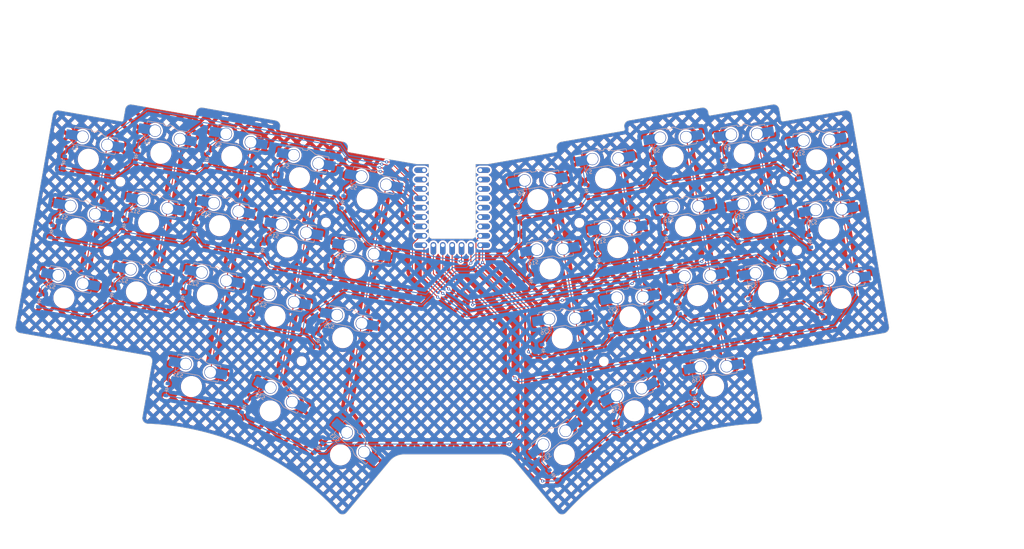
<source format=kicad_pcb>
(kicad_pcb (version 20240108) (generator "pcbnew") (generator_version "8.0")
  (layers (0 "F.Cu" signal) (31 "B.Cu" signal) (34 "B.Paste" user) (35 "F.Paste" user) (36 "B.SilkS" user "B.Silkscreen") (37 "F.SilkS" user "F.Silkscreen") (38 "B.Mask" user) (39 "F.Mask" user) (44 "Edge.Cuts" user))
  (net 0 "")
  (net 1 "ROW 1")
  (net 2 "Net-(D1-A)")
  (net 3 "Net-(D2-A)")
  (net 4 "Net-(D3-A)")
  (net 5 "Net-(D4-A)")
  (net 6 "Net-(D5-A)")
  (net 7 "Net-(D6-A)")
  (net 8 "Net-(D7-A)")
  (net 9 "Net-(D8-A)")
  (net 10 "Net-(D9-A)")
  (net 11 "Net-(D10-A)")
  (net 12 "ROW 2")
  (net 13 "Net-(D11-A)")
  (net 14 "Net-(D12-A)")
  (net 15 "Net-(D13-A)")
  (net 16 "Net-(D14-A)")
  (net 17 "Net-(D15-A)")
  (net 18 "Net-(D16-A)")
  (net 19 "Net-(D17-A)")
  (net 20 "Net-(D18-A)")
  (net 21 "Net-(D19-A)")
  (net 22 "Net-(D20-A)")
  (net 23 "ROW 3")
  (net 24 "Net-(D21-A)")
  (net 25 "Net-(D22-A)")
  (net 26 "Net-(D23-A)")
  (net 27 "Net-(D24-A)")
  (net 28 "Net-(D25-A)")
  (net 29 "Net-(D26-A)")
  (net 30 "Net-(D27-A)")
  (net 31 "Net-(D28-A)")
  (net 32 "Net-(D29-A)")
  (net 33 "Net-(D30-A)")
  (net 34 "ROW 4")
  (net 35 "Net-(D31-A)")
  (net 36 "Net-(D32-A)")
  (net 37 "Net-(D33-A)")
  (net 38 "Net-(D34-A)")
  (net 39 "Net-(D35-A)")
  (net 40 "Net-(D36-A)")
  (net 41 "COL 1")
  (net 42 "COL 2")
  (net 43 "COL 3")
  (net 44 "COL 4")
  (net 45 "COL 5")
  (net 46 "COL 6")
  (net 47 "COL 7")
  (net 48 "COL 8")
  (net 49 "COL 9")
  (net 50 "COL 10")
  (footprint "MountingHole:MountingHole_2.2mm_M2" (layer "F.Cu") (at 102.380433 87.543563 -10)
    (property "Reference" "H2" (hide yes))
    (property "Value" "MountingHole")
  )
  (footprint "MountingHole:MountingHole_2.2mm_M2" (layer "F.Cu") (at 226.546089 76.34729 10)
    (property "Reference" "H5" (hide yes))
    (property "Value" "MountingHole")
  )
  (footprint "MountingHole:MountingHole_2.2mm_M2" (layer "F.Cu") (at 43.417012 95.260574 -10)
    (property "Reference" "H3" (hide yes))
    (property "Value" "MountingHole")
  )
  (footprint "MountingHole:MountingHole_2.2mm_M2" (layer "F.Cu") (at 170.95928 87.621111 10)
    (property "Reference" "H7" (hide yes))
    (property "Value" "MountingHole")
  )
  (footprint "MountingHole:MountingHole_2.2mm_M2" (layer "F.Cu") (at 177.575274 125.142289 10)
    (property "Reference" "H8" (hide yes))
    (property "Value" "MountingHole")
  )
  (footprint "MountingHole:MountingHole_2.2mm_M2" (layer "F.Cu") (at 95.764437 125.064747 -10)
    (property "Reference" "H4" (hide yes))
    (property "Value" "MountingHole")
  )
  (footprint "MountingHole:MountingHole_2.2mm_M2" (layer "F.Cu") (at 46.725 76.5 -10)
    (property "Reference" "H1" (hide yes))
    (property "Value" "MountingHole")
  )
  (footprint "MountingHole:MountingHole_2.2mm_M2" (layer "F.Cu") (at 229.854093 95.107874 10)
    (property "Reference" "H6" (hide yes))
    (property "Value" "MountingHole")
  )
  (footprint "ScottoKeebs_MCU:RP2040_Zero_holes" (layer "B.Cu") (at 136.524477 83.51558 180)
    (property "Reference" "U1" (hide yes))
    (property "Value" "RP2040_Zero" (hide yes))
  )
  (footprint "ScottoKeebs_Components:Diode_SOD-123" (layer "B.Cu") (at 157.871002 103.41537 100)
    (property "Reference" "D16" (hide yes))
    (property "Value" "Diode")
  )
  (footprint "ScottoKeebs_Components:Diode_SOD-123" (layer "B.Cu") (at 161.178998 122.17596 100)
    (property "Reference" "D26" (hide yes))
    (property "Value" "Diode")
  )
  (footprint "PCM_marbastlib-xp-gateron_lp:SW_KS33_HS_KS-2P02B01-02_HS_1u" (layer "B.Cu") (at 106.899837 118.701712 -10)
    (property "Reference" "S25")
    (property "Value" "Keyswitch")
  )
  (footprint "PCM_marbastlib-xp-gateron_lp:SW_KS33_HS_KS-2P02B01-02_HS_1u" (layer "B.Cu") (at 181.341149 94.325167 10)
    (property "Reference" "S17")
    (property "Value" "Keyswitch")
  )
  (footprint "PCM_marbastlib-xp-gateron_lp:SW_KS33_HS_KS-2P02B01-02_HS_1u" (layer "B.Cu") (at 178.033153 75.564583 10)
    (property "Reference" "S7")
    (property "Value" "Keyswitch")
  )
  (footprint "PCM_marbastlib-xp-gateron_lp:SW_KS33_HS_KS-2P02B01-02_HS_1u" (layer "B.Cu") (at 159.706686 81.334601 10)
    (property "Reference" "S6")
    (property "Value" "Keyswitch")
  )
  (footprint "PCM_marbastlib-xp-gateron_lp:SW_KS33_HS_KS-2P02B01-02_HS_1u" (layer "B.Cu") (at 113.515833 81.180542 -10)
    (property "Reference" "S5")
    (property "Value" "Keyswitch")
  )
  (footprint "PCM_marbastlib-xp-gateron_lp:SW_KS33_HS_KS-2P02B01-02_HS_1u" (layer "B.Cu") (at 199.667627 88.555152 10)
    (property "Reference" "S18")
    (property "Value" "Keyswitch")
  )
  (footprint "PCM_marbastlib-xp-gateron_lp:SW_KS33_HS_KS-2P02B01-02_HS_1u" (layer "B.Cu") (at 238.491159 89.32521 10)
    (property "Reference" "S20")
    (property "Value" "Keyswitch")
  )
  (footprint "ScottoKeebs_Components:Diode_SOD-123" (layer "B.Cu") (at 106.842724 81.99093 80)
    (property "Reference" "D5" (hide yes))
    (property "Value" "Diode")
  )
  (footprint "ScottoKeebs_Components:Diode_SOD-123" (layer "B.Cu") (at 66.881786 89.211488 80)
    (property "Reference" "D13" (hide yes))
    (property "Value" "Diode")
  )
  (footprint "ScottoKeebs_Components:Diode_SOD-123" (layer "B.Cu") (at 179.505474 116.405935 100)
    (property "Reference" "D27" (hide yes))
    (property "Value" "Diode")
  )
  (footprint "PCM_marbastlib-xp-gateron_lp:SW_KS33_HS_KS-2P02B01-02_HS_1u" (layer "B.Cu") (at 57.668192 68.79453 -10)
    (property "Reference" "S2")
    (property "Value" "Keyswitch")
  )
  (footprint "PCM_marbastlib-xp-gateron_lp:SW_KS33_HS_KS-2P02B01-02_HS_1u" (layer "B.Cu") (at 73.554908 88.40109 -10)
    (property "Reference" "S13")
    (property "Value" "Keyswitch")
  )
  (footprint "ScottoKeebs_Components:Diode_SOD-123" (layer "B.Cu") (at 191.215937 73.114747 100)
    (property "Reference" "D8" (hide yes))
    (property "Value" "Diode")
  )
  (footprint "ScottoKeebs_Components:Diode_SOD-123" (layer "B.Cu") (at 80.247909 137.408619 65)
    (property "Reference" "D32" (hide yes))
    (property "Value" "Diode")
  )
  (footprint "ScottoKeebs_Components:Diode_SOD-123" (layer "B.Cu") (at 103.534723 100.751519 80)
    (property "Reference" "D15" (hide yes))
    (property "Value" "Diode")
  )
  (footprint "PCM_marbastlib-xp-gateron_lp:SW_KS33_HS_KS-2P02B01-02_HS_1u" (layer "B.Cu") (at 34.731368 89.171158 -10)
    (property "Reference" "S11")
    (property "Value" "Keyswitch")
  )
  (footprint "ScottoKeebs_Components:Diode_SOD-123" (layer "B.Cu") (at 154.563001 84.654778 100)
    (property "Reference" "D6" (hide yes))
    (property "Value" "Diode")
  )
  (footprint "ScottoKeebs_Components:Diode_SOD-123" (layer "B.Cu") (at 24.750251 108.74214 80)
    (property "Reference" "D21" (hide yes))
    (property "Value" "Diode")
  )
  (footprint "PCM_marbastlib-xp-gateron_lp:SW_KS33_HS_KS-2P02B01-02_HS_1u" (layer "B.Cu") (at 235.183156 70.564628 10)
    (property "Reference" "S10")
    (property "Value" "Keyswitch")
  )
  (footprint "ScottoKeebs_Components:Diode_SOD-123" (layer "B.Cu") (at 163.919542 155.896385 130)
    (property "Reference" "D34" (hide yes))
    (property "Value" "Diode")
  )
  (footprint "PCM_marbastlib-xp-gateron_lp:SW_KS33_HS_KS-2P02B01-02_HS_1u" (layer "B.Cu") (at 185.78947 138.512205 25)
    (property "Reference" "S35")
    (property "Value" "Keyswitch")
  )
  (footprint "PCM_marbastlib-xp-gateron_lp:SW_KS33_HS_KS-2P02B01-02_HS_1u" (layer "B.Cu") (at 166.322682 118.855773 10)
    (property "Reference" "S26")
    (property "Value" "Keyswitch")
  )
  (footprint "PCM_marbastlib-xp-gateron_lp:SW_KS33_HS_KS-2P02B01-02_HS_1u" (layer "B.Cu") (at 91.881373 94.17111 -10)
    (property "Reference" "S14")
    (property "Value" "Keyswitch")
  )
  (footprint "ScottoKeebs_Components:Diode_SOD-123" (layer "B.Cu") (at 194.523937 91.87534 100)
    (property "Reference" "D18" (hide yes))
    (property "Value" "Diode")
  )
  (footprint "PCM_marbastlib-xp-gateron_lp:SW_KS33_HS_KS-2P02B01-02_HS_1u" (layer "B.Cu") (at 31.423371 107.931738 -10)
    (property "Reference" "S21")
    (property "Value" "Keyswitch")
  )
  (footprint "ScottoKeebs_Components:Diode_SOD-123" (layer "B.Cu") (at 100.226722 119.512111 80)
    (property "Reference" "D25" (hide yes))
    (property "Value" "Diode")
  )
  (footprint "ScottoKeebs_Components:Diode_SOD-123" (layer "B.Cu") (at 233.347475 92.645398 100)
    (property "Reference" "D20" (hide yes))
    (property "Value" "Diode")
  )
  (footprint "PCM_marbastlib-xp-gateron_lp:SW_KS33_HS_KS-2P02B01-02_HS_1u" (layer "B.Cu") (at 241.799155 108.085803 10)
    (property "Reference" "S30")
    (property "Value" "Keyswitch")
  )
  (footprint "ScottoKeebs_Components:Diode_SOD-123" (layer "B.Cu") (at 28.05825 89.981554 80)
    (property "Reference" "D11" (hide yes))
    (property "Value" "Diode")
  )
  (footprint "ScottoKeebs_Components:Diode_SOD-123" (layer "B.Cu") (at 197.831931 110.635924 100)
    (property "Reference" "D28" (hide yes))
    (property "Value" "Diode")
  )
  (footprint "ScottoKeebs_Components:Diode_SOD-123" (layer "B.Cu") (at 181.495014 143.316844 115)
    (property "Reference" "D35" (hide yes))
    (property "Value" "Diode")
  )
  (footprint "PCM_marbastlib-xp-gateron_lp:SW_KS33_HS_KS-2P02B01-02_HS_1u" (layer "B.Cu") (at 110.207839 99.941129 -10)
    (property "Reference" "S15")
    (property "Value" "Keyswitch")
  )
  (footprint "PCM_marbastlib-xp-gateron_lp:SW_KS33_HS_KS-2P02B01-02_HS_1u" (layer "B.Cu") (at 215.554334 68.948584 10)
    (property "Reference" "S9")
    (property "Value" "Keyswitch")
  )
  (footprint "PCM_marbastlib-xp-gateron_lp:SW_KS33_HS_KS-2P02B01-02_HS_1u" (layer "B.Cu") (at 196.359625 69.794569 10)
    (property "Reference" "S8")
    (property "Value" "Keyswitch")
  )
  (footprint "ScottoKeebs_Components:Diode_SOD-123" (layer "B.Cu") (at 100.328285 148.508333 50)
    (property "Reference" "D33" (hide yes))
    (property "Value" "Diode")
  )
  (footprint "ScottoKeebs_Components:Diode_SOD-123" (layer "B.Cu") (at 172.889471 78.884768 100)
    (property "Reference" "D7" (hide yes))
    (property "Value" "Diode")
  )
  (footprint "ScottoKeebs_Components:Diode_SOD-123" (layer "B.Cu") (at 59.276358 132.749542 80)
    (property "Reference" "D31" (hide yes))
    (property "Value" "Diode")
  )
  (footprint "PCM_marbastlib-xp-gateron_lp:SW_KS33_HS_KS-2P02B01-02_HS_1u" (layer "B.Cu") (at 218.862327 87.709174 10)
    (property "Reference" "S19")
    (property "Value" "Keyswitch")
  )
  (footprint "PCM_marbastlib-xp-gateron_lp:SW_KS33_HS_KS-2P02B01-02_HS_1u" (layer "B.Cu") (at 51.052204 106.3157 -10)
    (property "Reference" "S22")
    (property "Value" "Keyswitch")
  )
  (footprint "PCM_marbastlib-xp-gateron_lp:SW_KS33_HS_KS-2P02B01-02_HS_1u" (layer "B.Cu") (at 184.649154 113.085758 10)
    (property "Reference" "S27")
    (property "Value" "Keyswitch")
  )
  (footprint "PCM_marbastlib-xp-gateron_lp:SW_KS33_HS_KS-2P02B01-02_HS_1u" (layer "B.Cu") (at 38.039362 70.410569 -10)
    (property "Reference" "S1")
    (property "Value" "Keyswitch")
  )
  (footprint "ScottoKeebs_Components:Diode_SOD-123" (layer "B.Cu") (at 213.718641 91.02936 100)
    (property "Reference" "D19" (hide yes))
    (property "Value" "Diode")
  )
  (footprint "ScottoKeebs_Components:Diode_SOD-123" (layer "B.Cu") (at 47.687085 88.365517 80)
    (property "Reference" "D12" (hide yes))
    (property "Value" "Diode")
  )
  (footprint "ScottoKeebs_Components:Diode_SOD-123" (layer "B.Cu") (at 202.150783 135.158273 100)
    (property "Reference" "D36" (hide yes))
    (property "Value" "Diode")
  )
  (footprint "PCM_marbastlib-xp-gateron_lp:SW_KS33_HS_KS-2P02B01-02_HS_1u" (layer "B.Cu") (at 222.170335 106.469756 10)
    (property "Reference" "S29")
    (property "Value" "Keyswitch")
  )
  (footprint "PCM_marbastlib-xp-gateron_lp:SW_KS33_HS_KS-2P02B01-02_HS_1u" (layer "B.Cu") (at 95.189372 75.41052 -10)
    (property "Reference" "S4")
    (property "Value" "Keyswitch")
  )
  (footprint "ScottoKeebs_Components:Diode_SOD-123" (layer "B.Cu") (at 50.995077 69.604916 80)
    (property "Reference" "D2" (hide yes))
    (property "Value" "Diode")
  )
  (footprint "PCM_marbastlib-xp-gateron_lp:SW_KS33_HS_KS-2P02B01-02_HS_1u" (layer "B.Cu") (at 76.862902 69.640508 -10)
    (property "Reference" "S3")
    (property "Value" "Keyswitch")
  )
  (footprint "PCM_marbastlib-xp-gateron_lp:SW_KS33_HS_KS-2P02B01-02_HS_1u" (layer "B.Cu") (at 106.294482 150.438084 -40)
    (property "Reference" "S33")
    (property "Value" "Keyswitch")
  )
  (footprint "ScottoKeebs_Components:Diode_SOD-123" (layer "B.Cu") (at 217.026644 109.789939 100)
    (property "Reference" "D29" (hide yes))
    (property "Value" "Diode")
  )
  (footprint "ScottoKeebs_Components:Diode_SOD-123" (layer "B.Cu") (at 44.379079 107.126095 80)
    (property "Reference" "D22" (hide yes))
    (property "Value" "Diode")
  )
  (footprint "ScottoKeebs_Components:Diode_SOD-123" (layer "B.Cu") (at 230.039469 73.884818 100)
    (property "Reference" "D10" (hide yes))
    (property "Value" "Diode")
  )
  (footprint "PCM_marbastlib-xp-gateron_lp:SW_KS33_HS_KS-2P02B01-02_HS_1u" (layer "B.Cu") (at 87.257475 138.532341 -25)
    (property "Reference" "S32")
    (property "Value" "Keyswitch")
  )
  (footprint "PCM_marbastlib-xp-gateron_lp:SW_KS33_HS_KS-2P02B01-02_HS_1u" (layer "B.Cu") (at 163.014683 100.095187 10)
    (property "Reference" "S16")
    (property "Value" "Keyswitch")
  )
  (footprint "ScottoKeebs_Components:Diode_SOD-123" (layer "B.Cu") (at 81.900256 113.742092 80)
    (property "Reference" "D24" (hide yes))
    (property "Value" "Diode")
  )
  (footprint "ScottoKeebs_Components:Diode_SOD-123" (layer "B.Cu") (at 31.36625 71.22096 80)
    (property "Reference" "D1" (hide yes))
    (property "Value" "Diode")
  )
  (footprint "PCM_marbastlib-xp-gateron_lp:SW_KS33_HS_KS-2P02B01-02_HS_1u" (layer "B.Cu") (at 88.573377 112.931697 -10)
    (property "Reference" "S24")
    (property "Value" "Keyswitch")
  )
  (footprint "ScottoKeebs_Components:Diode_SOD-123" (layer "B.Cu") (at 85.208251 94.981505 80)
    (property "Reference" "D14" (hide yes))
    (property "Value" "Diode")
  )
  (footprint "ScottoKeebs_Components:Diode_SOD-123" (layer "B.Cu") (at 210.410642 72.268771 100)
    (property "Reference" "D9" (hide yes))
    (property "Value" "Diode")
  )
  (footprint "PCM_marbastlib-xp-gateron_lp:SW_KS33_HS_KS-2P02B01-02_HS_1u" (layer "B.Cu") (at 166.864628 150.373094 40)
    (property "Reference" "S34")
    (property "Value" "Keyswitch")
  )
  (footprint "PCM_marbastlib-xp-gateron_lp:SW_KS33_HS_KS-2P02B01-02_HS_1u" (layer "B.Cu") (at 70.246907 107.161687 -10)
    (property "Reference" "S23")
    (property "Value" "Keyswitch")
  )
  (footprint "PCM_marbastlib-xp-gateron_lp:SW_KS33_HS_KS-2P02B01-02_HS_1u" (layer "B.Cu") (at 207.294474 131.83808 10)
    (property "Reference" "S36")
    (property "Value" "Keyswitch")
  )
  (footprint "ScottoKeebs_Components:Diode_SOD-123" (layer "B.Cu") (at 88.516249 76.220919 80)
    (property "Reference" "D4" (hide yes))
    (property "Value" "Diode")
  )
  (footprint "ScottoKeebs_Components:Diode_SOD-123" (layer "B.Cu") (at 236.655479 111.405982 100)
    (property "Reference" "D30" (hide yes))
    (property "Value" "Diode")
  )
  (footprint "ScottoKeebs_Components:Diode_SOD-123" (layer "B.Cu") (at 176.197473 97.645354 100)
    (property "Reference" "D17" (hide yes))
    (property "Value" "Diode")
  )
  (footprint "PCM_marbastlib-xp-gateron_lp:SW_KS33_HS_KS-2P02B01-02_HS_1u" (layer "B.Cu") (at 202.97562 107.315738 10)
    (property "Reference" "S28")
    (property "Value" "Keyswitch")
  )
  (footprint "PCM_marbastlib-xp-gateron_lp:SW_KS33_HS_KS-2P02B01-02_HS_1u" (layer "B.Cu") (at 65.94947 131.939142 -10)
    (property "Reference" "S31")
    (property "Value" "Keyswitch")
  )
  (footprint "PCM_marbastlib-xp-gateron_lp:SW_KS33_HS_KS-2P02B01-02_HS_1u" (layer "B.Cu") (at 54.360197 87.555115 -10)
    (property "Reference" "S12")
    (property "Value" "Keyswitch")
  )
  (footprint "ScottoKeebs_Components:Diode_SOD-123" (layer "B.Cu") (at 70.189785 70.450906 80)
    (property "Reference" "D3" (hide yes))
    (property "Value" "Diode")
  )
  (footprint "ScottoKeebs_Components:Diode_SOD-123" (layer "B.Cu") (at 63.57379 107.972074 80)
    (property "Reference" "D23" (hide yes))
    (property "Value" "Diode")
  )
  (gr_line (start 226.13373 60.177384) (end 242.924604 57.2167) (stroke (width 0.1)) (layer "Edge.Cuts"))
  (gr_arc (start 183.138989 61.665971) (mid 183.387473 60.545137) (end 184.355726 59.928274) (stroke (width 0.1)) (layer "Edge.Cuts"))
  (gr_arc (start 54.104099 141.980948) (mid 52.993082 141.417095) (end 52.69128 140.208302) (stroke (width 0.1)) (layer "Edge.Cuts"))
  (gr_arc (start 119.652226 152.083842) (mid 121.362703 150.769331) (end 123.46776 150.297699) (stroke (width 0.1)) (layer "Edge.Cuts"))
  (gr_line (start 49.78917 55.600653) (end 66.678607 58.578716) (stroke (width 0.1)) (layer "Edge.Cuts"))
  (gr_line (start 47.513165 59.870268) (end 48.051464 56.817425) (stroke (width 0.1)) (layer "Edge.Cuts"))
  (gr_line (start 225.034831 56.824859) (end 225.5555 59.777723) (stroke (width 0.1)) (layer "Edge.Cuts"))
  (gr_arc (start 54.108457 123.53273) (mid 55.076698 124.149577) (end 55.325231 125.27042) (stroke (width 0.1)) (layer "Edge.Cuts"))
  (gr_line (start 90.166251 62.720221) (end 107.055763 65.698298) (stroke (width 0.1)) (layer "Edge.Cuts"))
  (gr_arc (start 167.368396 166.048247) (mid 166.229166 166.537055) (end 165.111111 166.001562) (stroke (width 0.1)) (layer "Edge.Cuts"))
  (gr_arc (start 226.13373 60.177384) (mid 225.762554 60.09628) (end 225.5555 59.777723) (stroke (width 0.1)) (layer "Edge.Cuts"))
  (gr_arc (start 127.296892 71.728781) (mid 126.864887 71.710081) (end 126.43611 71.654143) (stroke (width 0.1)) (layer "Edge.Cuts"))
  (gr_arc (start 242.924604 57.2167) (mid 244.049579 57.468059) (end 244.664086 58.443318) (stroke (width 0.1)) (layer "Edge.Cuts"))
  (gr_line (start 108.905874 164.890846) (end 107.973858 166.00158) (stroke (width 0.1)) (layer "Edge.Cuts"))
  (gr_line (start 149.602492 150.297699) (end 123.46776 150.297699) (stroke (width 0.1)) (layer "Edge.Cuts"))
  (gr_arc (start 28.422642 58.433429) (mid 29.039489 57.465174) (end 30.160325 57.216691) (stroke (width 0.1)) (layer "Edge.Cuts"))
  (gr_arc (start 206.406351 58.578721) (mid 206.109298 58.513737) (end 205.943772 58.258659) (stroke (width 0.1)) (layer "Edge.Cuts"))
  (gr_line (start 184.355726 59.928274) (end 204.101109 56.44663) (stroke (width 0.1)) (layer "Edge.Cuts"))
  (gr_circle (center 142.877492 91.928781) (end 142.887492 91.928781) (stroke (width 0.0001)) (fill solid) (layer "Edge.Cuts"))
  (gr_line (start 68.983862 56.446628) (end 88.729267 59.928276) (stroke (width 0.1)) (layer "Edge.Cuts"))
  (gr_line (start 164.17911 164.890846) (end 153.43269 152.083761) (stroke (width 0.1)) (layer "Edge.Cuts"))
  (gr_line (start 52.69128 140.208302) (end 55.325231 125.27042) (stroke (width 0.1)) (layer "Edge.Cuts"))
  (gr_arc (start 47.513165 59.870268) (mid 47.350442 60.127241) (end 47.054042 60.195509) (stroke (width 0.1)) (layer "Edge.Cuts"))
  (gr_line (start 253.536653 117.438848) (end 218.97643 123.532747) (stroke (width 0.1)) (layer "Edge.Cuts"))
  (gr_line (start 164.916706 68.026842) (end 164.812521 67.435983) (stroke (width 0.1)) (layer "Edge.Cuts"))
  (gr_arc (start 108.49273 68.49024) (mid 108.235855 68.32764) (end 108.167471 68.031418) (stroke (width 0.1)) (layer "Edge.Cuts"))
  (gr_arc (start 164.916706 68.026842) (mid 164.852295 68.323089) (end 164.59863 68.489116) (stroke (width 0.1)) (layer "Edge.Cuts"))
  (gr_arc (start 220.396069 140.221716) (mid 220.087624 141.422429) (end 218.980885 141.980948) (stroke (width 0.1)) (layer "Edge.Cuts"))
  (gr_line (start 244.664086 58.443318) (end 244.749166 58.925834) (stroke (width 0.1)) (layer "Edge.Cuts"))
  (gr_line (start 49.789167 55.600673) (end 49.78917 55.600653) (stroke (width 0.1)) (layer "Edge.Cuts"))
  (gr_arc (start 164.812521 67.435983) (mid 165.064641 66.309944) (end 166.041735 65.696091) (stroke (width 0.1)) (layer "Edge.Cuts"))
  (gr_line (start 67.141989 58.254255) (end 67.246182 57.663345) (stroke (width 0.1)) (layer "Edge.Cuts"))
  (gr_line (start 165.111111 166.001562) (end 164.17911 164.890846) (stroke (width 0.1)) (layer "Edge.Cuts"))
  (gr_arc (start 67.141989 58.254255) (mid 66.977496 58.512447) (end 66.678607 58.578716) (stroke (width 0.1)) (layer "Edge.Cuts"))
  (gr_arc (start 54.104099 141.980948) (mid 82.318218 148.850893) (end 105.716588 166.048247) (stroke (width 0.1)) (layer "Edge.Cuts"))
  (gr_arc (start 167.368396 166.048247) (mid 190.766766 148.850893) (end 218.980885 141.980948) (stroke (width 0.1)) (layer "Edge.Cuts"))
  (gr_line (start 30.160325 57.216691) (end 47.054042 60.195509) (stroke (width 0.1)) (layer "Edge.Cuts"))
  (gr_arc (start 107.973858 166.00158) (mid 106.855806 166.537078) (end 105.716588 166.048247) (stroke (width 0.1)) (layer "Edge.Cuts"))
  (gr_line (start 131.207492 91.928781) (end 141.883491 91.928781) (stroke (width 0.1)) (layer "Edge.Cuts"))
  (gr_arc (start 146.656326 71.652829) (mid 146.223917 71.709757) (end 145.788192 71.728781) (stroke (width 0.1)) (layer "Edge.Cuts"))
  (gr_line (start 206.406351 58.578721) (end 223.295814 55.600653) (stroke (width 0.1)) (layer "Edge.Cuts"))
  (gr_line (start 166.041735 65.696091) (end 182.924692 62.71917) (stroke (width 0.1)) (layer "Edge.Cuts"))
  (gr_line (start 142.877492 71.728781) (end 145.788192 71.728781) (stroke (width 0.1)) (layer "Edge.Cuts"))
  (gr_arc (start 131.207492 91.928781) (mid 130.500392 91.635887) (end 130.207492 90.928781) (stroke (width 0.1)) (layer "Edge.Cuts"))
  (gr_circle (center 130.207492 91.928781) (end 130.217492 91.928781) (stroke (width 0.0001)) (fill solid) (layer "Edge.Cuts"))
  (gr_line (start 183.243174 62.25683) (end 183.138989 61.665971) (stroke (width 0.1)) (layer "Edge.Cuts"))
  (gr_arc (start 223.295814 55.600653) (mid 224.419767 55.851312) (end 225.034831 56.824859) (stroke (width 0.1)) (layer "Edge.Cuts"))
  (gr_line (start 18.325 115.7) (end 28.335818 58.925834) (stroke (width 0.1)) (layer "Edge.Cuts"))
  (gr_arc (start 217.759743 125.270361) (mid 218.008216 124.149572) (end 218.97643 123.532747) (stroke (width 0.1)) (layer "Edge.Cuts"))
  (gr_arc (start 48.051464 56.817425) (mid 48.668318 55.849158) (end 49.789167 55.600673) (stroke (width 0.1)) (layer "Edge.Cuts"))
  (gr_arc (start 67.246182 57.663345) (mid 67.863029 56.695127) (end 68.983862 56.446628) (stroke (width 0.1)) (layer "Edge.Cuts"))
  (gr_line (start 217.759743 125.270361) (end 220.396069 140.221716) (stroke (width 0.1)) (layer "Edge.Cuts"))
  (gr_arc (start 149.602492 150.297699) (mid 151.715569 150.766164) (end 153.43269 152.083761) (stroke (width 0.1)) (layer "Edge.Cuts"))
  (gr_line (start 205.840856 57.674994) (end 205.943772 58.258659) (stroke (width 0.1)) (layer "Edge.Cuts"))
  (gr_line (start 142.877492 90.9288) (end 142.877492 71.728781) (stroke (width 0.1)) (layer "Edge.Cuts"))
  (gr_line (start 130.207492 71.728781) (end 130.207492 90.928781) (stroke (width 0.1)) (layer "Edge.Cuts"))
  (gr_line (start 146.656326 71.652829) (end 164.59863 68.489116) (stroke (width 0.1)) (layer "Edge.Cuts"))
  (gr_line (start 28.335818 58.925834) (end 28.422642 58.433429) (stroke (width 0.1)) (layer "Edge.Cuts"))
  (gr_line (start 54.108457 123.53273) (end 19.54174 117.437685) (stroke (width 0.1)) (layer "Edge.Cuts"))
  (gr_circle (center 126.859404 71.728781) (end 126.869404 71.728781) (stroke (width 0.0001)) (fill solid) (layer "Edge.Cuts"))
  (gr_arc (start 107.055763 65.698298) (mid 108.026681 66.318965) (end 108.270846 67.445151) (stroke (width 0.1)) (layer "Edge.Cuts"))
  (gr_arc (start 254.759989 115.70003) (mid 254.509581 116.823601) (end 253.536653 117.438848) (stroke (width 0.1)) (layer "Edge.Cuts"))
  (gr_line (start 108.49273 68.49024) (end 126.43611 71.654143) (stroke (width 0.1)) (layer "Edge.Cuts"))
  (gr_line (start 89.944617 61.673787) (end 89.841808 62.256843) (stroke (width 0.1)) (layer "Edge.Cuts"))
  (gr_arc (start 88.729267 59.928276) (mid 89.699802 60.548382) (end 89.944617 61.673787) (stroke (width 0.1)) (layer "Edge.Cuts"))
  (gr_line (start 244.749166 58.925834) (end 254.759989 115.70003) (stroke (width 0.1)) (layer "Edge.Cuts"))
  (gr_arc (start 142.877492 90.9288) (mid 142.586717 91.633783) (end 141.883491 91.928781) (stroke (width 0.1)) (layer "Edge.Cuts"))
  (gr_arc (start 19.54174 117.437685) (mid 18.573484 116.820838) (end 18.325 115.7) (stroke (width 0.1)) (layer "Edge.Cuts"))
  (gr_line (start 108.270846 67.445151) (end 108.167471 68.031418) (stroke (width 0.1)) (layer "Edge.Cuts"))
  (gr_arc (start 183.243174 62.25683) (mid 183.178651 62.553247) (end 182.924692 62.71917) (stroke (width 0.1)) (layer "Edge.Cuts"))
  (gr_line (start 119.652226 152.083842) (end 108.905874 164.890846) (stroke (width 0.1)) (layer "Edge.Cuts"))
  (gr_arc (start 204.101109 56.44663) (mid 205.226795 56.698502) (end 205.840856 57.674994) (stroke (width 0.1)) (layer "Edge.Cuts"))
  (gr_line (start 127.296892 71.728781) (end 130.207492 71.728781) (stroke (width 0.1)) (layer "Edge.Cuts"))
  (gr_arc (start 90.166251 62.720221) (mid 89.908087 62.555729) (end 89.841808 62.256843) (stroke (width 0.1)) (layer "Edge.Cuts"))
  (segment (start 139.064477 97.79533) (end 138.824025 98.035781) (width 0.25) (layer "F.Cu") (net 1))
  (segment (start 139.064474 93.675575) (end 139.064477 97.79533) (width 0.25) (layer "F.Cu") (net 1))
  (segment (start 139.486555 94.27837) (end 139.064476 93.675577) (width 0.25) (layer "F.Cu") (net 1))
  (via (at 138.824025 98.035781) (size 0.8) (drill 0.4) (layers "F.Cu" "B.Cu") (net 1))
  (segment (start 140.851789 98.035782) (end 138.824025 98.035781) (width 0.25) (layer "B.Cu") (net 1))
  (segment (start 171.148096 83.405836) (end 154.849516 86.27971) (width 0.25) (layer "B.Cu") (net 1))
  (segment (start 67.007135 74.103728) (end 69.903267 72.075836) (width 0.25) (layer "B.Cu") (net 1))
  (segment (start 50.708558 71.229853) (end 67.007135 74.103728) (width 0.25) (layer "B.Cu") (net 1))
  (segment (start 154.849519 92.863358) (end 151.434011 96.278865) (width 0.25) (layer "B.Cu") (net 1))
  (segment (start 230.325983 75.509744) (end 224.533704 71.453944) (width 0.25) (layer "B.Cu") (net 1))
  (segment (start 138.819651 98.029536) (end 138.824025 98.035781) (width 0.25) (layer "B.Cu") (net 1))
  (segment (start 86.201837 74.949718) (end 88.229731 77.845848) (width 0.25) (layer "B.Cu") (net 1))
  (segment (start 191.109584 74.80895) (end 189.081683 77.7051) (width 0.25) (layer "B.Cu") (net 1))
  (segment (start 106.556206 83.615861) (end 113.525859 93.569557) (width 0.25) (layer "B.Cu") (net 1))
  (segment (start 189.081683 77.7051) (end 173.175992 80.509698) (width 0.25) (layer "B.Cu") (net 1))
  (segment (start 31.07973 72.84589) (end 44.916278 75.285646) (width 0.25) (layer "B.Cu") (net 1))
  (segment (start 151.434011 96.278865) (end 142.608705 96.278866) (width 0.25) (layer "B.Cu") (net 1))
  (segment (start 88.229731 77.845848) (end 104.528314 80.719731) (width 0.25) (layer "B.Cu") (net 1))
  (segment (start 191.502454 74.739679) (end 191.109584 74.80895) (width 0.25) (layer "B.Cu") (net 1))
  (segment (start 142.608705 96.278866) (end 140.851789 98.035782) (width 0.25) (layer "B.Cu") (net 1))
  (segment (start 224.533704 71.453944) (end 210.697159 73.8937) (width 0.25) (layer "B.Cu") (net 1))
  (segment (start 69.903267 72.075836) (end 86.201837 74.949718) (width 0.25) (layer "B.Cu") (net 1))
  (segment (start 154.849517 86.279708) (end 154.849519 92.863358) (width 0.25) (layer "B.Cu") (net 1))
  (segment (start 44.916278 75.285646) (end 50.708558 71.229853) (width 0.25) (layer "B.Cu") (net 1))
  (segment (start 104.528314 80.719731) (end 106.556206 83.615866) (width 0.25) (layer "B.Cu") (net 1))
  (segment (start 210.697159 73.8937) (end 194.398594 76.767577) (width 0.25) (layer "B.Cu") (net 1))
  (segment (start 194.398594 76.767577) (end 191.502454 74.739679) (width 0.25) (layer "B.Cu") (net 1))
  (segment (start 173.175992 80.509698) (end 171.148096 83.405836) (width 0.25) (layer "B.Cu") (net 1))
  (segment (start 113.525859 93.569557) (end 138.819651 98.029536) (width 0.25) (layer "B.Cu") (net 1))
  (segment (start 32.039279 67.404003) (end 31.652765 69.596023) (width 0.25) (layer "B.Cu") (net 2))
  (segment (start 36.47734 64.296441) (end 32.039279 67.404003) (width 0.25) (layer "B.Cu") (net 2))
  (segment (start 51.668108 65.787968) (end 51.281594 67.979984) (width 0.25) (layer "B.Cu") (net 3))
  (segment (start 56.106166 62.680403) (end 51.668108 65.787968) (width 0.25) (layer "B.Cu") (net 3))
  (segment (start 75.30088 63.526375) (end 70.86282 66.633935) (width 0.25) (layer "B.Cu") (net 4))
  (segment (start 70.86282 66.633935) (end 70.476305 68.825969) (width 0.25) (layer "B.Cu") (net 4))
  (segment (start 89.189276 72.403959) (end 88.802765 74.595984) (width 0.25) (layer "B.Cu") (net 5))
  (segment (start 93.627346 69.296391) (end 89.189276 72.403959) (width 0.25) (layer "B.Cu") (net 5))
  (segment (start 107.515755 78.173968) (end 107.129244 80.365999) (width 0.25) (layer "B.Cu") (net 6))
  (segment (start 111.953812 75.066408) (end 107.515755 78.173968) (width 0.25) (layer "B.Cu") (net 6))
  (segment (start 156.744097 79.505736) (end 154.276486 83.029844) (width 0.25) (layer "B.Cu") (net 7))
  (segment (start 156.147709 76.123437) (end 156.744097 79.505736) (width 0.25) (layer "B.Cu") (net 7))
  (segment (start 174.474172 70.353426) (end 172.006565 73.877541) (width 0.25) (layer "B.Cu") (net 8))
  (segment (start 172.006565 73.877541) (end 172.602953 77.259836) (width 0.25) (layer "B.Cu") (net 8))
  (segment (start 190.333031 68.107532) (end 190.929419 71.489814) (width 0.25) (layer "B.Cu") (net 9))
  (segment (start 192.800647 64.583408) (end 190.333031 68.107532) (width 0.25) (layer "B.Cu") (net 9))
  (segment (start 209.527736 67.261546) (end 210.124125 70.643829) (width 0.25) (layer "B.Cu") (net 10))
  (segment (start 211.995355 63.737431) (end 209.527736 67.261546) (width 0.25) (layer "B.Cu") (net 10))
  (segment (start 231.624176 65.353465) (end 229.156565 68.877589) (width 0.25) (layer "B.Cu") (net 11))
  (segment (start 229.156565 68.877589) (end 229.752949 72.259878) (width 0.25) (layer "B.Cu") (net 11))
  (segment (start 141.604478 93.675579) (end 141.604476 98.499005) (width 0.25) (layer "F.Cu") (net 12))
  (segment (start 141.604476 98.499005) (end 141.581489 98.521998) (width 0.25) (layer "F.Cu") (net 12))
  (via (at 141.581489 98.521998) (size 0.8) (drill 0.4) (layers "F.Cu" "B.Cu") (net 12))
  (segment (start 103.248205 102.376452) (end 129.445601 106.995761) (width 0.25) (layer "B.Cu") (net 12))
  (segment (start 136.722498 99.718864) (end 129.445601 106.995761) (width 0.25) (layer "B.Cu") (net 12))
  (segment (start 87.151035 99.538086) (end 103.248207 102.376453) (width 0.25) (layer "B.Cu") (net 12))
  (segment (start 158.157516 105.040299) (end 174.456089 102.166418) (width 0.25) (layer "B.Cu") (net 12))
  (segment (start 68.775325 93.759388) (end 84.921736 96.606431) (width 0.25) (layer "B.Cu") (net 12))
  (segment (start 27.771728 91.606482) (end 41.608288 94.046241) (width 0.25) (layer "B.Cu") (net 12))
  (segment (start 142.984615 97.118865) (end 141.581489 98.521998) (width 0.25) (layer "B.Cu") (net 12))
  (segment (start 63.699121 92.864325) (end 66.595269 90.836419) (width 0.25) (layer "B.Cu") (net 12))
  (segment (start 174.456089 102.166418) (end 176.483989 99.270287) (width 0.25) (layer "B.Cu") (net 12))
  (segment (start 194.810456 93.500275) (end 211.109025 90.626394) (width 0.25) (layer "B.Cu") (net 12))
  (segment (start 194.810456 93.500275) (end 194.565295 93.543494) (width 0.25) (layer "B.Cu") (net 12))
  (segment (start 233.633991 94.27033) (end 227.841714 90.214531) (width 0.25) (layer "B.Cu") (net 12))
  (segment (start 66.595269 90.836419) (end 66.747426 90.863247) (width 0.25) (layer "B.Cu") (net 12))
  (segment (start 158.15752 105.040302) (end 150.236082 97.118867) (width 0.25) (layer "B.Cu") (net 12))
  (segment (start 66.747426 90.863247) (end 68.775325 93.759388) (width 0.25) (layer "B.Cu") (net 12))
  (segment (start 85.123134 96.641945) (end 87.151035 99.538086) (width 0.25) (layer "B.Cu") (net 12))
  (segment (start 41.608288 94.046241) (end 47.400561 89.990448) (width 0.25) (layer "B.Cu") (net 12))
  (segment (start 47.400561 89.990448) (end 63.699121 92.864325) (width 0.25) (layer "B.Cu") (net 12))
  (segment (start 150.236082 97.118867) (end 142.984615 97.118865) (width 0.25) (layer "B.Cu") (net 12))
  (segment (start 211.109025 90.626394) (end 214.00516 92.654288) (width 0.25) (layer "B.Cu") (net 12))
  (segment (start 140.384617 99.718868) (end 136.722498 99.718864) (width 0.25) (layer "B.Cu") (net 12))
  (segment (start 141.581489 98.521998) (end 140.384617 99.718868) (width 0.25) (layer "B.Cu") (net 12))
  (segment (start 227.841714 90.214531) (end 214.00516 92.654288) (width 0.25) (layer "B.Cu") (net 12))
  (segment (start 129.445601 106.995761) (end 129.472836 107.000565) (width 0.25) (layer "B.Cu") (net 12))
  (segment (start 192.537405 96.439633) (end 176.483989 99.270287) (width 0.25) (layer "B.Cu") (net 12))
  (segment (start 194.565295 93.543494) (end 192.537405 96.439633) (width 0.25) (layer "B.Cu") (net 12))
  (segment (start 84.921736 96.606431) (end 85.123134 96.641945) (width 0.25) (layer "B.Cu") (net 12))
  (segment (start 33.169346 83.057027) (end 28.731277 86.164598) (width 0.25) (layer "B.Cu") (net 13))
  (segment (start 28.731277 86.164598) (end 28.344765 88.356618) (width 0.25) (layer "B.Cu") (net 13))
  (segment (start 48.360112 84.548545) (end 47.973598 86.740582) (width 0.25) (layer "B.Cu") (net 14))
  (segment (start 52.798171 81.440982) (end 48.360112 84.548545) (width 0.25) (layer "B.Cu") (net 14))
  (segment (start 71.99289 82.28696) (end 67.554816 85.394535) (width 0.25) (layer "B.Cu") (net 15))
  (segment (start 67.554816 85.394535) (end 67.168301 87.586549) (width 0.25) (layer "B.Cu") (net 15))
  (segment (start 90.319347 88.056978) (end 85.881284 91.164548) (width 0.25) (layer "B.Cu") (net 16))
  (segment (start 85.881284 91.164548) (end 85.494768 93.356568) (width 0.25) (layer "B.Cu") (net 16))
  (segment (start 104.207753 96.934562) (end 103.82124 99.126587) (width 0.25) (layer "B.Cu") (net 17))
  (segment (start 108.645817 93.827001) (end 104.207753 96.934562) (width 0.25) (layer "B.Cu") (net 17))
  (segment (start 159.455706 94.884027) (end 156.988092 98.408149) (width 0.25) (layer "B.Cu") (net 18))
  (segment (start 156.988092 98.408149) (end 157.584484 101.790434) (width 0.25) (layer "B.Cu") (net 18))
  (segment (start 177.782174 89.114003) (end 175.314566 92.638114) (width 0.25) (layer "B.Cu") (net 19))
  (segment (start 175.314566 92.638114) (end 175.910955 96.020414) (width 0.25) (layer "B.Cu") (net 19))
  (segment (start 196.108647 83.343994) (end 193.641029 86.868117) (width 0.25) (layer "B.Cu") (net 20))
  (segment (start 193.641029 86.868117) (end 194.237417 90.250404) (width 0.25) (layer "B.Cu") (net 20))
  (segment (start 215.303348 82.498008) (end 212.835734 86.022131) (width 0.25) (layer "B.Cu") (net 21))
  (segment (start 212.835734 86.022131) (end 213.432124 89.404423) (width 0.25) (layer "B.Cu") (net 21))
  (segment (start 233.060957 91.020464) (end 232.464566 87.63817) (width 0.25) (layer "B.Cu") (net 22))
  (segment (start 232.464566 87.63817) (end 234.93218 84.114056) (width 0.25) (layer "B.Cu") (net 22))
  (segment (start 144.768706 94.299809) (end 144.144477 93.675579) (width 0.25) (layer "F.Cu") (net 23))
  (segment (start 144.768706 98.318866) (end 157.168706 110.718865) (width 0.25) (layer "F.Cu") (net 23))
  (segment (start 144.768706 98.318866) (end 144.768706 94.299809) (width 0.25) (layer "F.Cu") (net 23))
  (segment (start 157.168706 110.718865) (end 157.168706 122.518863) (width 0.25) (layer "F.Cu") (net 23))
  (via (at 157.168706 122.518863) (size 0.8) (drill 0.4) (layers "F.Cu" "B.Cu") (net 23))
  (via (at 144.768706 98.318866) (size 0.8) (drill 0.4) (layers "F.Cu" "B.Cu") (net 23))
  (segment (start 63.390183 109.615153) (end 65.418084 112.511294) (width 0.25) (layer "B.Cu") (net 23))
  (segment (start 158.450732 123.800892) (end 161.465516 123.80089) (width 0.25) (layer "B.Cu") (net 23))
  (segment (start 107.019193 106.090857) (end 96.679008 113.331132) (width 0.25) (layer "B.Cu") (net 23))
  (segment (start 65.418084 112.511294) (end 81.613745 115.367022) (width 0.25) (layer "B.Cu") (net 23))
  (segment (start 128.252678 109.834892) (end 137.368704 100.718864) (width 0.25) (layer "B.Cu") (net 23))
  (segment (start 81.613745 115.367022) (end 95.876577 117.881948) (width 0.25) (layer "B.Cu") (net 23))
  (segment (start 24.463733 110.367076) (end 38.30028 112.806828) (width 0.25) (layer "B.Cu") (net 23))
  (segment (start 44.092564 108.751033) (end 60.391129 111.624904) (width 0.25) (layer "B.Cu") (net 23))
  (segment (start 38.30028 112.806828) (end 44.092564 108.751033) (width 0.25) (layer "B.Cu") (net 23))
  (segment (start 95.876577 117.881948) (end 97.912306 118.2409) (width 0.25) (layer "B.Cu") (net 23))
  (segment (start 198.21798 112.243302) (end 201.114121 114.271205) (width 0.25) (layer "B.Cu") (net 23))
  (segment (start 196.090549 115.156989) (end 198.118452 112.260854) (width 0.25) (layer "B.Cu") (net 23))
  (segment (start 128.252678 109.834892) (end 107.019193 106.090857) (width 0.25) (layer "B.Cu") (net 23))
  (segment (start 63.287272 109.597008) (end 63.390183 109.615153) (width 0.25) (layer "B.Cu") (net 23))
  (segment (start 201.114121 114.271205) (end 217.313162 111.414874) (width 0.25) (layer "B.Cu") (net 23))
  (segment (start 179.791991 118.030871) (end 196.090549 115.156989) (width 0.25) (layer "B.Cu") (net 23))
  (segment (start 161.465516 123.800892) (end 177.764086 120.927012) (width 0.25) (layer "B.Cu") (net 23))
  (segment (start 217.313162 111.414874) (end 231.149712 108.975119) (width 0.25) (layer "B.Cu") (net 23))
  (segment (start 231.149712 108.975119) (end 236.941991 113.030921) (width 0.25) (layer "B.Cu") (net 23))
  (segment (start 142.368706 100.718866) (end 144.768706 98.318866) (width 0.25) (layer "B.Cu") (net 23))
  (segment (start 96.679008 113.331132) (end 95.876577 117.881948) (width 0.25) (layer "B.Cu") (net 23))
  (segment (start 157.168706 122.518863) (end 158.450732 123.800892) (width 0.25) (layer "B.Cu") (net 23))
  (segment (start 60.391129 111.624904) (end 63.287272 109.597008) (width 0.25) (layer "B.Cu") (net 23))
  (segment (start 137.368704 100.718864) (end 142.368706 100.718866) (width 0.25) (layer "B.Cu") (net 23))
  (segment (start 97.912306 118.2409) (end 99.940208 121.137043) (width 0.25) (layer "B.Cu") (net 23))
  (segment (start 177.764086 120.927012) (end 179.791991 118.030871) (width 0.25) (layer "B.Cu") (net 23))
  (segment (start 198.118452 112.260854) (end 198.21798 112.243302) (width 0.25) (layer "B.Cu") (net 23))
  (segment (start 29.861352 101.817605) (end 25.42328 104.925173) (width 0.25) (layer "B.Cu") (net 24))
  (segment (start 25.42328 104.925173) (end 25.036769 107.117207) (width 0.25) (layer "B.Cu") (net 24))
  (segment (start 49.490175 100.20157) (end 45.05211 103.309137) (width 0.25) (layer "B.Cu") (net 25))
  (segment (start 45.05211 103.309137) (end 44.665596 105.501164) (width 0.25) (layer "B.Cu") (net 25))
  (segment (start 64.246819 104.155124) (end 63.860304 106.347141) (width 0.25) (layer "B.Cu") (net 26))
  (segment (start 68.684884 101.047557) (end 64.246819 104.155124) (width 0.25) (layer "B.Cu") (net 26))
  (segment (start 82.573287 109.925136) (end 82.186773 112.117159) (width 0.25) (layer "B.Cu") (net 27))
  (segment (start 87.011356 106.817565) (end 82.573287 109.925136) (width 0.25) (layer "B.Cu") (net 27))
  (segment (start 100.899754 115.695144) (end 100.513245 117.887173) (width 0.25) (layer "B.Cu") (net 28))
  (segment (start 105.337814 112.587579) (end 100.899754 115.695144) (width 0.25) (layer "B.Cu") (net 28))
  (segment (start 163.360096 117.026899) (end 160.892478 120.55103) (width 0.25) (layer "B.Cu") (net 29))
  (segment (start 162.763708 113.644614) (end 163.360096 117.026899) (width 0.25) (layer "B.Cu") (net 29))
  (segment (start 181.686566 111.256891) (end 179.218954 114.781002) (width 0.25) (layer "B.Cu") (net 30))
  (segment (start 181.090172 107.874599) (end 181.686566 111.256891) (width 0.25) (layer "B.Cu") (net 30))
  (segment (start 200.013027 105.48687) (end 197.545414 109.01099) (width 0.25) (layer "B.Cu") (net 31))
  (segment (start 199.416637 102.104574) (end 200.013027 105.48687) (width 0.25) (layer "B.Cu") (net 31))
  (segment (start 219.207747 104.640886) (end 216.740129 108.165005) (width 0.25) (layer "B.Cu") (net 32))
  (segment (start 218.611355 101.258597) (end 219.207747 104.640886) (width 0.25) (layer "B.Cu") (net 32))
  (segment (start 238.240182 102.874645) (end 238.836571 106.256942) (width 0.25) (layer "B.Cu") (net 33))
  (segment (start 238.836571 106.256942) (end 236.368958 109.781052) (width 0.25) (layer "B.Cu") (net 33))
  (segment (start 144.144473 91.135577) (end 145.024757 91.135579) (width 0.25) (layer "F.Cu") (net 34))
  (segment (start 142.969477 99.119636) (end 155.368704 111.518865) (width 0.25) (layer "F.Cu") (net 34))
  (segment (start 155.368707 151.918865) (end 160.968705 157.518864) (width 0.25) (layer "F.Cu") (net 34))
  (segment (start 144.144473 91.135577) (end 142.969478 92.310574) (width 0.25) (layer "F.Cu") (net 34))
  (segment (start 155.368704 111.518865) (end 155.368705 144.318866) (width 0.25) (layer "F.Cu") (net 34))
  (segment (start 151.968707 147.518866) (end 152.168705 147.518865) (width 0.25) (layer "F.Cu") (net 34))
  (segment (start 155.368705 144.318866) (end 155.368707 151.918865) (width 0.25) (layer "F.Cu") (net 34))
  (segment (start 142.969478 92.310574) (end 142.969477 99.119636) (width 0.25) (layer "F.Cu") (net 34))
  (segment (start 152.168705 147.518865) (end 155.368705 144.318866) (width 0.25) (layer "F.Cu") (net 34))
  (via (at 151.968707 147.518866) (size 0.8) (drill 0.4) (layers "F.Cu" "B.Cu") (net 34))
  (via (at 160.968705 157.518864) (size 0.8) (drill 0.4) (layers "F.Cu" "B.Cu") (net 34))
  (segment (start 80.465762 141.004824) (end 99.267682 149.772303) (width 0.25) (layer "B.Cu") (net 34))
  (segment (start 151.968707 147.518866) (end 107.617906 147.518866) (width 0.25) (layer "B.Cu") (net 34))
  (segment (start 79.731908 138.988575) (end 80.465762 141.004824) (width 0.25) (layer "B.Cu") (net 34))
  (segment (start 107.537125 147.438084) (end 104.737461 147.438084) (width 0.25) (layer "B.Cu") (net 34))
  (segment (start 79.550587 138.904024) (end 79.731908 138.988575) (width 0.25) (layer "B.Cu") (net 34))
  (segment (start 164.621636 157.518865) (end 164.98014 157.160359) (width 0.25) (layer "B.Cu") (net 34))
  (segment (start 164.980141 157.160359) (end 179.931743 144.614479) (width 0.25) (layer "B.Cu") (net 34))
  (segment (start 104.737461 147.438084) (end 102.403242 149.772304) (width 0.25) (layer "B.Cu") (net 34))
  (segment (start 78.828331 137.872536) (end 79.550587 138.904024) (width 0.25) (layer "B.Cu") (net 34))
  (segment (start 200.737465 136.16452) (end 202.437303 136.783209) (width 0.25) (layer "B.Cu") (net 34))
  (segment (start 182.19233 144.81225) (end 200.737465 136.16452) (width 0.25) (layer "B.Cu") (net 34))
  (segment (start 160.968705 157.518864) (end 164.621636 157.518865) (width 0.25) (layer "B.Cu") (net 34))
  (segment (start 107.617906 147.518866) (end 107.537125 147.438084) (width 0.25) (layer "B.Cu") (net 34))
  (segment (start 58.989836 134.374473) (end 78.828331 137.872536) (width 0.25) (layer "B.Cu") (net 34))
  (segment (start 179.931743 144.614479) (end 182.192331 144.812248) (width 0.25) (layer "B.Cu") (net 34))
  (segment (start 102.403242 149.772304) (end 99.267685 149.772304) (width 0.25) (layer "B.Cu") (net 34))
  (segment (start 59.949387 128.932577) (end 59.562871 131.12461) (width 0.25) (layer "B.Cu") (net 35))
  (segment (start 64.387448 125.825009) (end 59.949387 128.932577) (width 0.25) (layer "B.Cu") (net 35))
  (segment (start 81.712793 134.267174) (end 80.945231 135.913211) (width 0.25) (layer "B.Cu") (net 36))
  (segment (start 87.331129 132.222263) (end 81.712793 134.267174) (width 0.25) (layer "B.Cu") (net 36))
  (segment (start 105.912345 146.848607) (end 101.388885 147.244362) (width 0.25) (layer "B.Cu") (net 37))
  (segment (start 107.998789 144.36208) (end 105.912345 146.848607) (width 0.25) (layer "B.Cu") (net 37))
  (segment (start 160.781675 152.156822) (end 162.858945 154.632412) (width 0.25) (layer "B.Cu") (net 38))
  (segment (start 161.176881 147.639587) (end 160.781675 152.156822) (width 0.25) (layer "B.Cu") (net 38))
  (segment (start 181.003022 134.399743) (end 182.404814 137.405911) (width 0.25) (layer "B.Cu") (net 39))
  (segment (start 182.404814 137.405911) (end 180.797696 141.821436) (width 0.25) (layer "B.Cu") (net 39))
  (segment (start 203.735493 126.626925) (end 204.331884 130.009221) (width 0.25) (layer "B.Cu") (net 40))
  (segment (start 204.331884 130.009221) (end 201.864269 133.533344) (width 0.25) (layer "B.Cu") (net 40))
  (segment (start 127.085421 78.435577) (end 128.904479 78.435578) (width 0.25) (layer "F.Cu") (net 41))
  (segment (start 43.188668 66.546028) (end 36.572674 104.067188) (width 0.25) (layer "F.Cu") (net 41))
  (segment (start 118.788624 71.148186) (end 119.798027 71.148187) (width 0.25) (layer "F.Cu") (net 41))
  (segment (start 36.572674 104.067188) (end 36.572678 104.067193) (width 0.25) (layer "F.Cu") (net 41))
  (segment (start 119.798027 71.148187) (end 127.085421 78.435577) (width 0.25) (layer "F.Cu") (net 41))
  (segment (start 126.685419 78.43558) (end 128.904479 78.435578) (width 0.25) (layer "F.Cu") (net 41))
  (segment (start 127.183773 78.132174) (end 128.904476 78.435581) (width 0.25) (layer "F.Cu") (net 41))
  (via (at 118.788624 71.148186) (size 0.8) (drill 0.4) (layers "F.Cu" "B.Cu") (net 41))
  (segment (start 43.188666 66.546024) (end 43.593863 64.248023) (width 0.25) (layer "B.Cu") (net 41))
  (segment (start 43.593863 64.248023) (end 54.091905 56.897216) (width 0.25) (layer "B.Cu") (net 41))
  (segment (start 54.091905 56.897216) (end 106.330243 66.108241) (width 0.25) (layer "B.Cu") (net 41))
  (segment (start 108.601492 69.351919) (end 118.788624 71.148186) (width 0.25) (layer "B.Cu") (net 41))
  (segment (start 106.330243 66.108241) (end 108.601492 69.351919) (width 0.25) (layer "B.Cu") (net 41))
  (segment (start 125.929478 78.879638) (end 125.929477 78.880861) (width 0.25) (layer "F.Cu") (net 42))
  (segment (start 119.055333 72.00549) (end 125.929478 78.879638) (width 0.25) (layer "F.Cu") (net 42))
  (segment (start 56.201501 102.451152) (end 56.201503 102.451154) (width 0.25) (layer "F.Cu") (net 42))
  (segment (start 125.929477 78.880861) (end 128.024197 80.975581) (width 0.25) (layer "F.Cu") (net 42))
  (segment (start 117.467936 71.727654) (end 119.043627 72.00549) (width 0.25) (layer "F.Cu") (net 42))
  (segment (start 128.024197 80.975581) (end 128.904481 80.975579) (width 0.25) (layer "F.Cu") (net 42))
  (segment (start 62.817492 64.929989) (end 56.201501 102.451152) (width 0.25) (layer "F.Cu") (net 42))
  (segment (start 119.043627 72.00549) (end 119.055333 72.00549) (width 0.25) (layer "F.Cu") (net 42))
  (via (at 117.467936 71.727654) (size 0.8) (drill 0.4) (layers "F.Cu" "B.Cu") (net 42))
  (segment (start 108.407705 70.130092) (end 117.467936 71.727654) (width 0.25) (layer "B.Cu") (net 42))
  (segment (start 69.217968 60.448325) (end 106.193683 66.968142) (width 0.25) (layer "B.Cu") (net 42))
  (segment (start 62.817493 64.929987) (end 69.217968 60.448325) (width 0.25) (layer "B.Cu") (net 42))
  (segment (start 106.193683 66.968142) (end 108.407705 70.130092) (width 0.25) (layer "B.Cu") (net 42))
  (segment (start 125.827203 80.180466) (end 125.827206 82.780468) (width 0.25) (layer "F.Cu") (net 43))
  (segment (start 82.012205 65.775966) (end 82.259163 66.128655) (width 0.25) (layer "F.Cu") (net 43))
  (segment (start 82.012208 65.775962) (end 71.041661 127.993023) (width 0.25) (layer "F.Cu") (net 43))
  (segment (start 118.631427 72.98469) (end 125.827203 80.180466) (width 0.25) (layer "F.Cu") (net 43))
  (segment (start 116.900363 72.643001) (end 118.602307 72.943103) (width 0.25) (layer "F.Cu") (net 43))
  (segment (start 126.562317 83.51558) (end 128.904478 83.515577) (width 0.25) (layer "F.Cu") (net 43))
  (segment (start 118.602307 72.943103) (end 118.631427 72.98469) (width 0.25) (layer "F.Cu") (net 43))
  (segment (start 125.827206 82.780468) (end 126.562317 83.51558) (width 0.25) (layer "F.Cu") (net 43))
  (segment (start 71.041661 127.993023) (end 71.098774 128.074597) (width 0.25) (layer "F.Cu") (net 43))
  (via (at 116.900363 72.643001) (size 0.8) (drill 0.4) (layers "F.Cu" "B.Cu") (net 43))
  (segment (start 82.012205 65.775966) (end 83.923657 64.43755) (width 0.25) (layer "B.Cu") (net 43))
  (segment (start 106.682298 68.450513) (end 108.592134 71.178039) (width 0.25) (layer "B.Cu") (net 43))
  (segment (start 83.923657 64.43755) (end 106.682298 68.450513) (width 0.25) (layer "B.Cu") (net 43))
  (segment (start 108.592134 71.178039) (end 116.900363 72.643001) (width 0.25) (layer "B.Cu") (net 43))
  (segment (start 125.027204 80.580469) (end 125.027207 84.780469) (width 0.25) (layer "F.Cu") (net 44))
  (segment (start 118.302409 73.905647) (end 118.331805 73.885065) (width 0.25) (layer "F.Cu") (net 44))
  (segment (start 118.331805 73.885065) (end 125.027204 80.580469) (width 0.25) (layer "F.Cu") (net 44))
  (segment (start 100.338676 71.54598) (end 93.722678 109.067153) (width 0.25) (layer "F.Cu") (net 44))
  (segment (start 117.120637 73.697272) (end 118.302409 73.905647) (width 0.25) (layer "F.Cu") (net 44))
  (segment (start 93.722678 109.067153) (end 89.811592 131.248029) (width 0.25) (layer "F.Cu") (net 44))
  (segment (start 89.811592 131.248029) (end 93.231536 136.132213) (width 0.25) (layer "F.Cu") (net 44))
  (segment (start 126.302316 86.055579) (end 128.90448 86.05558) (width 0.25) (layer "F.Cu") (net 44))
  (segment (start 100.338675 71.545979) (end 100.796897 71.225124) (width 0.25) (layer "F.Cu") (net 44))
  (segment (start 125.027207 84.780469) (end 126.302316 86.055579) (width 0.25) (layer "F.Cu") (net 44))
  (via (at 117.120637 73.697272) (size 0.8) (drill 0.4) (layers "F.Cu" "B.Cu") (net 44))
  (segment (start 101.26028 70.900661) (end 117.120637 73.697272) (width 0.25) (layer "B.Cu") (net 44))
  (segment (start 100.338675 71.545979) (end 101.26028 70.900661) (width 0.25) (layer "B.Cu") (net 44))
  (segment (start 112.049142 114.837163) (end 107.866274 138.559384) (width 0.25) (layer "F.Cu") (net 45))
  (segment (start 124.227206 85.980469) (end 126.842317 88.595578) (width 0.25) (layer "F.Cu") (net 45))
  (segment (start 112.049139 114.837162) (end 112.049142 114.837163) (width 0.25) (layer "F.Cu") (net 45))
  (segment (start 118.665135 77.315994) (end 112.049139 114.837162) (width 0.25) (layer "F.Cu") (net 45))
  (segment (start 107.866274 138.559384) (end 113.281015 146.292439) (width 0.25) (layer "F.Cu") (net 45))
  (segment (start 126.842317 88.595578) (end 128.904477 88.595578) (width 0.25) (layer "F.Cu") (net 45))
  (segment (start 118.665132 77.315994) (end 124.227205 82.878068) (width 0.25) (layer "F.Cu") (net 45))
  (segment (start 124.227205 82.878068) (end 124.227206 85.980469) (width 0.25) (layer "F.Cu") (net 45))
  (segment (start 113.281015 146.292439) (end 112.686176 149.665943) (width 0.25) (layer "F.Cu") (net 45))
  (segment (start 125.768705 100.918867) (end 132.568707 107.718866) (width 0.25) (layer "F.Cu") (net 46))
  (segment (start 168.900205 108.135047) (end 173.605002 134.817288) (width 0.25) (layer "F.Cu") (net 46))
  (segment (start 128.904477 91.135576) (end 128.024201 91.135577) (width 0.25) (layer "F.Cu") (net 46))
  (segment (start 173.605002 134.817288) (end 167.214118 143.944418) (width 0.25) (layer "F.Cu") (net 46))
  (segment (start 168.900205 108.135047) (end 166.352466 108.584283) (width 0.25) (layer "F.Cu") (net 46))
  (segment (start 163.223694 75.941947) (end 168.900205 108.135047) (width 0.25) (layer "F.Cu") (net 46))
  (segment (start 128.024201 91.135577) (end 125.768705 93.391067) (width 0.25) (layer "F.Cu") (net 46))
  (segment (start 125.768705 93.391067) (end 125.768705 100.918867) (width 0.25) (layer "F.Cu") (net 46))
  (via (at 132.568707 107.718866) (size 0.8) (drill 0.4) (layers "F.Cu" "B.Cu") (net 46))
  (via (at 166.352466 108.584283) (size 0.8) (drill 0.4) (layers "F.Cu" "B.Cu") (net 46))
  (segment (start 140.35209 113.168848) (end 132.568707 107.718866) (width 0.25) (layer "B.Cu") (net 46))
  (segment (start 166.352466 108.584283) (end 140.35209 113.168848) (width 0.25) (layer "B.Cu") (net 46))
  (segment (start 188.166159 107.693102) (end 191.569817 126.996221) (width 0.25) (layer "F.Cu") (net 47))
  (segment (start 187.382956 103.251357) (end 188.166157 107.693101) (width 0.25) (layer "F.Cu") (net 47))
  (segment (start 188.166157 107.693101) (end 188.166159 107.693102) (width 0.25) (layer "F.Cu") (net 47))
  (segment (start 191.569817 126.996221) (end 187.790923 132.393042) (width 0.25) (layer "F.Cu") (net 47))
  (segment (start 128.904478 93.675577) (end 128.904479 101.654639) (width 0.25) (layer "F.Cu") (net 47))
  (segment (start 187.382956 103.251357) (end 185.573819 103.570356) (width 0.25) (layer "F.Cu") (net 47))
  (segment (start 185.573819 103.570356) (end 185.249354 104.03374) (width 0.25) (layer "F.Cu") (net 47))
  (segment (start 128.904479 101.654639) (end 133.968706 106.718864) (width 0.25) (layer "F.Cu") (net 47))
  (segment (start 181.550167 70.171932) (end 187.382956 103.251357) (width 0.25) (layer "F.Cu") (net 47))
  (via (at 133.968706 106.718864) (size 0.8) (drill 0.4) (layers "F.Cu" "B.Cu") (net 47))
  (via (at 185.249354 104.03374) (size 0.8) (drill 0.4) (layers "F.Cu" "B.Cu") (net 47))
  (segment (start 185.208798 104.091661) (end 141.279095 111.837652) (width 0.25) (layer "B.Cu") (net 47))
  (segment (start 141.279095 111.837652) (end 133.968706 106.718864) (width 0.25) (layer "B.Cu") (net 47))
  (segment (start 185.249354 104.03374) (end 185.208798 104.091661) (width 0.25) (layer "B.Cu") (net 47))
  (segment (start 199.876633 64.401913) (end 205.518416 96.398052) (width 0.25) (layer "F.Cu") (net 48))
  (segment (start 205.518416 96.398052) (end 210.815554 126.439605) (width 0.25) (layer "F.Cu") (net 48))
  (segment (start 205.518416 96.398052) (end 205.235724 96.447896) (width 0.25) (layer "F.Cu") (net 48))
  (segment (start 210.815554 126.439605) (end 210.811476 126.445432) (width 0.25) (layer "F.Cu") (net 48))
  (segment (start 205.235724 96.447896) (end 204.100102 98.069735) (width 0.25) (layer "F.Cu") (net 48))
  (segment (start 131.444476 93.675579) (end 131.444476 101.394635) (width 0.25) (layer "F.Cu") (net 48))
  (segment (start 131.444476 101.394635) (end 135.568706 105.518867) (width 0.25) (layer "F.Cu") (net 48))
  (via (at 204.100102 98.069735) (size 0.8) (drill 0.4) (layers "F.Cu" "B.Cu") (net 48))
  (via (at 135.568706 105.518867) (size 0.8) (drill 0.4) (layers "F.Cu" "B.Cu") (net 48))
  (segment (start 204.100102 98.069735) (end 140.85635 109.221315) (width 0.25) (layer "B.Cu") (net 48))
  (segment (start 140.85635 109.221315) (end 135.568706 105.518867) (width 0.25) (layer "B.Cu") (net 48))
  (segment (start 225.687335 101.077101) (end 225.687336 101.077111) (width 0.25) (layer "F.Cu") (net 49))
  (segment (start 142.067476 108.506948) (end 133.984479 100.423949) (width 0.25) (layer "F.Cu") (net 49))
  (segment (start 142.067476 109.810787) (end 142.067476 108.506948) (width 0.25) (layer "F.Cu") (net 49))
  (segment (start 133.984479 100.423949) (end 133.984478 93.67558) (width 0.25) (layer "F.Cu") (net 49))
  (segment (start 219.071339 63.555931) (end 225.687335 101.077101) (width 0.25) (layer "F.Cu") (net 49))
  (via (at 142.067476 109.810787) (size 0.8) (drill 0.4) (layers "F.Cu" "B.Cu") (net 49))
  (segment (start 218.829932 96.275494) (end 142.067476 109.810787) (width 0.25) (layer "B.Cu") (net 49))
  (segment (start 225.687343 101.077107) (end 218.829932 96.275494) (width 0.25) (layer "B.Cu") (net 49))
  (segment (start 151.977298 115.816769) (end 151.977299 128.089977) (width 0.25) (layer "F.Cu") (net 50))
  (segment (start 238.700163 65.171976) (end 245.316155 102.693147) (width 0.25) (layer "F.Cu") (net 50))
  (segment (start 245.316155 102.693147) (end 245.316161 102.693152) (width 0.25) (layer "F.Cu") (net 50))
  (segment (start 151.977299 128.089977) (end 153.540695 129.653373) (width 0.25) (layer "F.Cu") (net 50))
  (segment (start 136.524478 100.363948) (end 151.977298 115.816769) (width 0.25) (layer "F.Cu") (net 50))
  (segment (start 136.524477 93.675577) (end 136.524478 100.363948) (width 0.25) (layer "F.Cu") (net 50))
  (via (at 153.540695 129.653373) (size 0.8) (drill 0.4) (layers "F.Cu" "B.Cu") (net 50))
  (segment (start 154.937803 130.631639) (end 153.540695 129.653373) (width 0.25) (layer "B.Cu") (net 50))
  (segment (start 240.201883 115.597283) (end 154.937803 130.631639) (width 0.25) (layer "B.Cu") (net 50))
  (segment (start 246.104983 107.166779) (end 240.201883 115.597283) (width 0.25) (layer "B.Cu") (net 50))
  (segment (start 245.316161 102.693153) (end 246.104983 107.166779) (width 0.25) (layer "B.Cu") (net 50))
  (zone (net 0) (net_name "") (layers "F&B.Cu") (connect_pads (clearance 0.5)) (min_thickness 0.25) (fill yes (mode hatch) (thermal_gap 0.5) (thermal_bridge_width 0.5) (island_removal_mode 1) (island_area_min 10) (hatch_thickness 1) (hatch_gap 1.5) (hatch_orientation 45) (hatch_border_algorithm hatch_thickness) (hatch_min_hole_area 0.3))
    (polygon (pts (xy 17.525 29.9) (xy 14.125 175.1) (xy 291.325 175.9) (xy 282.125 27.3) (xy 18.125 29.3)))
  )
)
</source>
